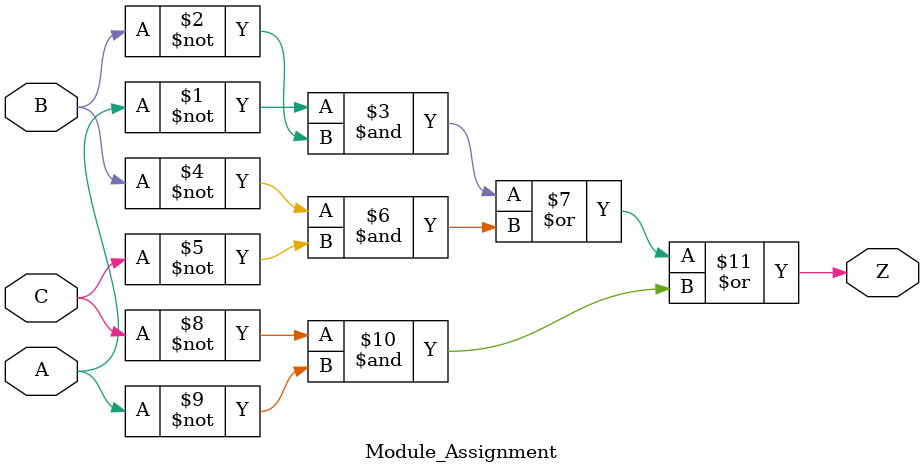
<source format=v>
`timescale 1ns / 1ps


module Module_Assignment(
input A, B, C,  
    output Z        
);
    assign Z = (~A & ~B) | (~B & ~C) | (~C & ~A); 
endmodule
</source>
